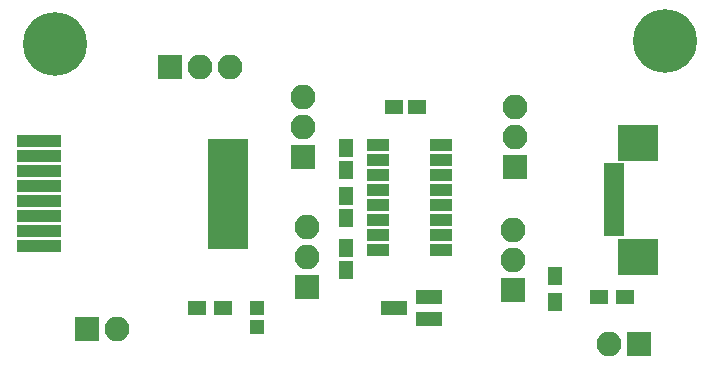
<source format=gbr>
G04 #@! TF.FileFunction,Soldermask,Top*
%FSLAX46Y46*%
G04 Gerber Fmt 4.6, Leading zero omitted, Abs format (unit mm)*
G04 Created by KiCad (PCBNEW 4.0.6) date 07/05/17 09:07:04*
%MOMM*%
%LPD*%
G01*
G04 APERTURE LIST*
%ADD10C,0.100000*%
%ADD11C,5.400000*%
%ADD12R,3.400000X3.100000*%
%ADD13R,1.800000X0.700000*%
%ADD14R,1.150000X1.600000*%
%ADD15R,1.600000X1.150000*%
%ADD16R,1.200000X1.200000*%
%ADD17R,2.100000X2.100000*%
%ADD18O,2.100000X2.100000*%
%ADD19R,3.800000X1.000000*%
%ADD20R,3.400000X9.400000*%
%ADD21R,2.300000X1.200000*%
%ADD22R,1.300000X1.600000*%
%ADD23R,1.600000X1.300000*%
%ADD24R,1.900000X1.000000*%
G04 APERTURE END LIST*
D10*
D11*
X115850000Y-62750000D03*
D12*
X165190000Y-71120000D03*
X165190000Y-80780000D03*
D13*
X163190000Y-78700000D03*
X163190000Y-78200000D03*
X163190000Y-77700000D03*
X163190000Y-77200000D03*
X163190000Y-76700000D03*
X163190000Y-76200000D03*
X163190000Y-75700000D03*
X163190000Y-75200000D03*
X163190000Y-74700000D03*
X163190000Y-74200000D03*
X163190000Y-73700000D03*
X163190000Y-73200000D03*
D14*
X140490000Y-71550000D03*
X140490000Y-73450000D03*
X140530000Y-75620000D03*
X140530000Y-77520000D03*
X140480000Y-81890000D03*
X140480000Y-79990000D03*
D15*
X144590000Y-68090000D03*
X146490000Y-68090000D03*
D16*
X132950000Y-85090000D03*
X132950000Y-86690000D03*
D17*
X125580000Y-64730000D03*
D18*
X128120000Y-64730000D03*
X130660000Y-64730000D03*
D17*
X165354000Y-88138000D03*
D18*
X162814000Y-88138000D03*
D17*
X118618000Y-86868000D03*
D18*
X121158000Y-86868000D03*
D19*
X114554000Y-79883000D03*
X114554000Y-78613000D03*
X114554000Y-77343000D03*
X114554000Y-76073000D03*
X114554000Y-74803000D03*
X114554000Y-73533000D03*
X114554000Y-72263000D03*
X114554000Y-70993000D03*
D20*
X130554000Y-75438000D03*
D17*
X137240000Y-83320000D03*
D18*
X137240000Y-80780000D03*
X137240000Y-78240000D03*
D17*
X136860000Y-72350000D03*
D18*
X136860000Y-69810000D03*
X136860000Y-67270000D03*
D17*
X154790000Y-73200000D03*
D18*
X154790000Y-70660000D03*
X154790000Y-68120000D03*
D17*
X154686000Y-83566000D03*
D18*
X154686000Y-81026000D03*
X154686000Y-78486000D03*
D21*
X147550000Y-86040000D03*
X147550000Y-84140000D03*
X144550000Y-85090000D03*
D22*
X158230000Y-84580000D03*
X158230000Y-82380000D03*
D23*
X164170000Y-84190000D03*
X161970000Y-84190000D03*
X127932000Y-85090000D03*
X130132000Y-85090000D03*
D24*
X143180000Y-71295000D03*
X143180000Y-72565000D03*
X143180000Y-73835000D03*
X143180000Y-75105000D03*
X143180000Y-76375000D03*
X143180000Y-77645000D03*
X143180000Y-78915000D03*
X143180000Y-80185000D03*
X148580000Y-80185000D03*
X148580000Y-78915000D03*
X148580000Y-77645000D03*
X148580000Y-76375000D03*
X148580000Y-75105000D03*
X148580000Y-73835000D03*
X148580000Y-72565000D03*
X148580000Y-71295000D03*
D11*
X167530000Y-62470000D03*
M02*

</source>
